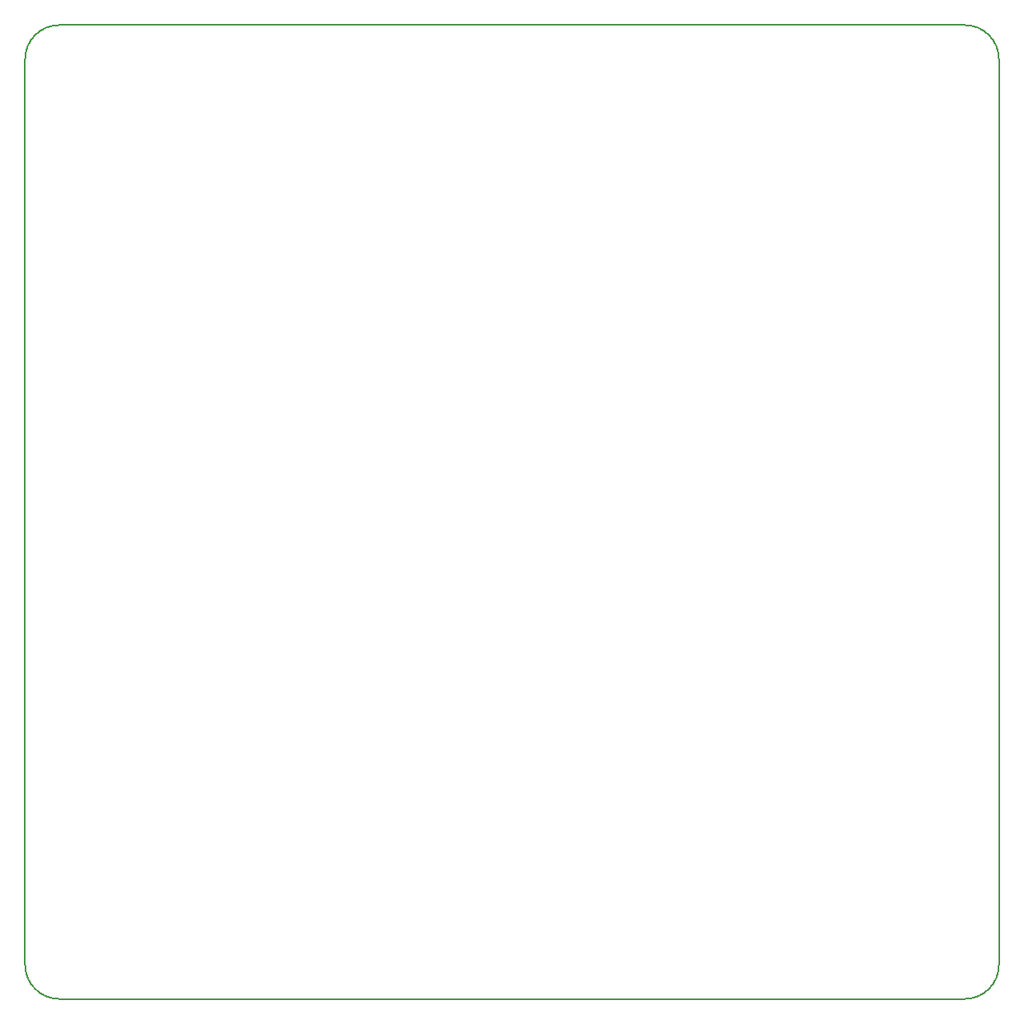
<source format=gm1>
%TF.GenerationSoftware,KiCad,Pcbnew,(5.99.0-12650-g5c402a64ab)*%
%TF.CreationDate,2021-10-24T00:02:36+01:00*%
%TF.ProjectId,Pintry-X2,50696e74-7279-42d5-9832-2e6b69636164,rev?*%
%TF.SameCoordinates,Original*%
%TF.FileFunction,Profile,NP*%
%FSLAX46Y46*%
G04 Gerber Fmt 4.6, Leading zero omitted, Abs format (unit mm)*
G04 Created by KiCad (PCBNEW (5.99.0-12650-g5c402a64ab)) date 2021-10-24 00:02:36*
%MOMM*%
%LPD*%
G01*
G04 APERTURE LIST*
%TA.AperFunction,Profile*%
%ADD10C,0.150000*%
%TD*%
G04 APERTURE END LIST*
D10*
X166500002Y-209999998D02*
G75*
G03*
X170000000Y-206500000I0J3499998D01*
G01*
X70000000Y-206500000D02*
X70000000Y-113500000D01*
X70000002Y-206500002D02*
G75*
G03*
X73500000Y-210000000I3499998J0D01*
G01*
X73500000Y-110000000D02*
X166500000Y-110000000D01*
X169999998Y-113499998D02*
G75*
G03*
X166500000Y-110000000I-3499998J0D01*
G01*
X73500000Y-210000000D02*
X166500000Y-210000000D01*
X73499998Y-110000002D02*
G75*
G03*
X70000000Y-113500000I0J-3499998D01*
G01*
X170000000Y-113500000D02*
X170000000Y-206500000D01*
M02*

</source>
